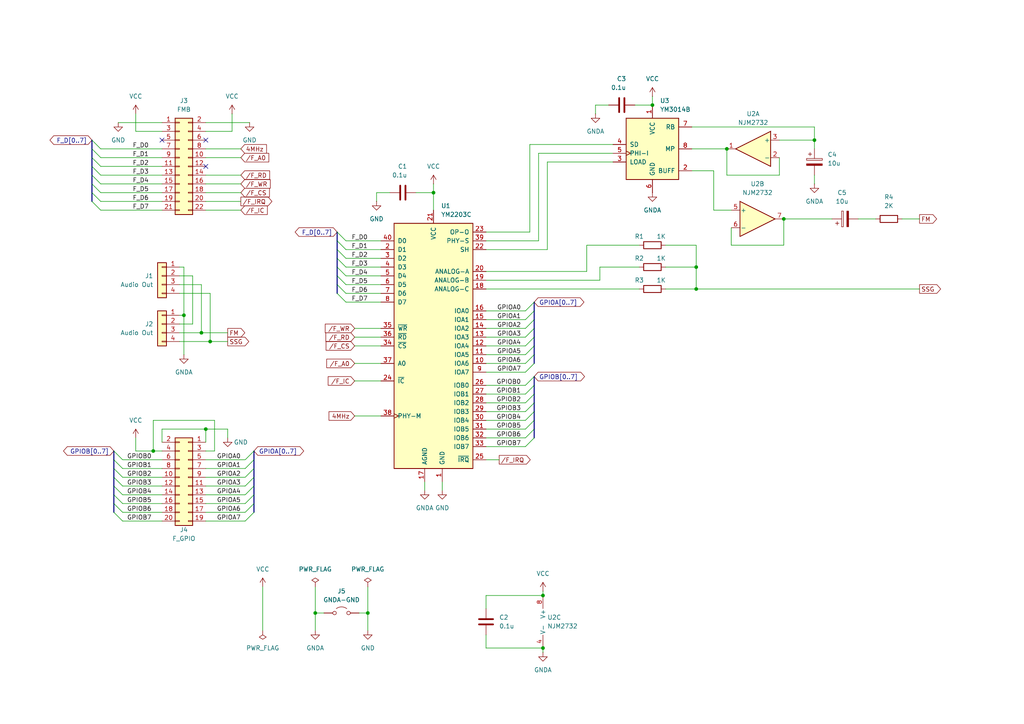
<source format=kicad_sch>
(kicad_sch (version 20231120) (generator "eeschema") (generator_version "8.0")
  (paper "A4")
  (title_block (title "YM2203 (OPN) Board") (date "2024-10-13") (rev "2.0") (company "46nori"))
  (lib_symbols
    (symbol "Amplifier_Operational:NJM4560" (pin_names (offset 0.127))
      (property "Reference" "U" (at 0 5.08 0))
      (property "Value" "NJM4560" (at 0 -5.08 0))
      (symbol "NJM4560_1_1"
        (polyline (pts (xy -5.08 5.08) (xy 5.08 0) (xy -5.08 -5.08) (xy -5.08 5.08)) (stroke (width 0.254)) (fill (type background)))
        (pin output line (at 7.62 0 180) (length 2.54) (name "~") (number "1"))
        (pin input line (at -7.62 -2.54 0) (length 2.54) (name "-") (number "2"))
        (pin input line (at -7.62 2.54 0) (length 2.54) (name "+") (number "3"))
      )
      (symbol "NJM4560_2_1"
        (polyline (pts (xy -5.08 5.08) (xy 5.08 0) (xy -5.08 -5.08) (xy -5.08 5.08)) (stroke (width 0.254)) (fill (type background)))
        (pin input line (at -7.62 2.54 0) (length 2.54) (name "+") (number "5"))
        (pin input line (at -7.62 -2.54 0) (length 2.54) (name "-") (number "6"))
        (pin output line (at 7.62 0 180) (length 2.54) (name "~") (number "7"))
      )
      (symbol "NJM4560_3_1"
        (pin power_in line (at -2.54 -7.62 90) (length 3.81) (name "V-") (number "4"))
        (pin power_in line (at -2.54 7.62 270) (length 3.81) (name "V+") (number "8"))
      )
    )
    (symbol "Connector_Generic:Conn_01x04" (pin_names (offset 1.016) hide)
      (property "Reference" "J" (at 0 5.08 0))
      (property "Value" "Conn_01x04" (at 0 -7.62 0))
      (symbol "Conn_01x04_1_1"
        (rectangle (start -1.27 -4.953) (end 0 -5.207) (stroke (width 0.1524)))
        (rectangle (start -1.27 -2.413) (end 0 -2.667) (stroke (width 0.1524)))
        (rectangle (start -1.27 0.127) (end 0 -0.127) (stroke (width 0.1524)))
        (rectangle (start -1.27 2.667) (end 0 2.413) (stroke (width 0.1524)))
        (rectangle (start -1.27 3.81) (end 1.27 -6.35) (stroke (width 0.254)) (fill (type background)))
        (pin passive line (at -5.08 2.54 0) (length 3.81) (name "Pin_1") (number "1"))
        (pin passive line (at -5.08 0 0) (length 3.81) (name "Pin_2") (number "2"))
        (pin passive line (at -5.08 -2.54 0) (length 3.81) (name "Pin_3") (number "3"))
        (pin passive line (at -5.08 -5.08 0) (length 3.81) (name "Pin_4") (number "4"))
      )
    )
    (symbol "Connector_Generic:Conn_02x10_Odd_Even" (pin_names (offset 1.016) hide)
      (property "Reference" "J" (at 1.27 12.7 0))
      (property "Value" "Conn_02x10_Odd_Even" (at 1.27 -15.24 0))
      (symbol "Conn_02x10_Odd_Even_1_1"
        (rectangle (start -1.27 -12.573) (end 0 -12.827) (stroke (width 0.1524)))
        (rectangle (start -1.27 -10.033) (end 0 -10.287) (stroke (width 0.1524)))
        (rectangle (start -1.27 -7.493) (end 0 -7.747) (stroke (width 0.1524)))
        (rectangle (start -1.27 -4.953) (end 0 -5.207) (stroke (width 0.1524)))
        (rectangle (start -1.27 -2.413) (end 0 -2.667) (stroke (width 0.1524)))
        (rectangle (start -1.27 0.127) (end 0 -0.127) (stroke (width 0.1524)))
        (rectangle (start -1.27 2.667) (end 0 2.413) (stroke (width 0.1524)))
        (rectangle (start -1.27 5.207) (end 0 4.953) (stroke (width 0.1524)))
        (rectangle (start -1.27 7.747) (end 0 7.493) (stroke (width 0.1524)))
        (rectangle (start -1.27 10.287) (end 0 10.033) (stroke (width 0.1524)))
        (rectangle (start -1.27 11.43) (end 3.81 -13.97) (stroke (width 0.254)) (fill (type background)))
        (rectangle (start 3.81 -12.573) (end 2.54 -12.827) (stroke (width 0.1524)))
        (rectangle (start 3.81 -10.033) (end 2.54 -10.287) (stroke (width 0.1524)))
        (rectangle (start 3.81 -7.493) (end 2.54 -7.747) (stroke (width 0.1524)))
        (rectangle (start 3.81 -4.953) (end 2.54 -5.207) (stroke (width 0.1524)))
        (rectangle (start 3.81 -2.413) (end 2.54 -2.667) (stroke (width 0.1524)))
        (rectangle (start 3.81 0.127) (end 2.54 -0.127) (stroke (width 0.1524)))
        (rectangle (start 3.81 2.667) (end 2.54 2.413) (stroke (width 0.1524)))
        (rectangle (start 3.81 5.207) (end 2.54 4.953) (stroke (width 0.1524)))
        (rectangle (start 3.81 7.747) (end 2.54 7.493) (stroke (width 0.1524)))
        (rectangle (start 3.81 10.287) (end 2.54 10.033) (stroke (width 0.1524)))
        (pin passive line (at -5.08 10.16 0) (length 3.81) (name "Pin_1") (number "1"))
        (pin passive line (at 7.62 0 180) (length 3.81) (name "Pin_10") (number "10"))
        (pin passive line (at -5.08 -2.54 0) (length 3.81) (name "Pin_11") (number "11"))
        (pin passive line (at 7.62 -2.54 180) (length 3.81) (name "Pin_12") (number "12"))
        (pin passive line (at -5.08 -5.08 0) (length 3.81) (name "Pin_13") (number "13"))
        (pin passive line (at 7.62 -5.08 180) (length 3.81) (name "Pin_14") (number "14"))
        (pin passive line (at -5.08 -7.62 0) (length 3.81) (name "Pin_15") (number "15"))
        (pin passive line (at 7.62 -7.62 180) (length 3.81) (name "Pin_16") (number "16"))
        (pin passive line (at -5.08 -10.16 0) (length 3.81) (name "Pin_17") (number "17"))
        (pin passive line (at 7.62 -10.16 180) (length 3.81) (name "Pin_18") (number "18"))
        (pin passive line (at -5.08 -12.7 0) (length 3.81) (name "Pin_19") (number "19"))
        (pin passive line (at 7.62 10.16 180) (length 3.81) (name "Pin_2") (number "2"))
        (pin passive line (at 7.62 -12.7 180) (length 3.81) (name "Pin_20") (number "20"))
        (pin passive line (at -5.08 7.62 0) (length 3.81) (name "Pin_3") (number "3"))
        (pin passive line (at 7.62 7.62 180) (length 3.81) (name "Pin_4") (number "4"))
        (pin passive line (at -5.08 5.08 0) (length 3.81) (name "Pin_5") (number "5"))
        (pin passive line (at 7.62 5.08 180) (length 3.81) (name "Pin_6") (number "6"))
        (pin passive line (at -5.08 2.54 0) (length 3.81) (name "Pin_7") (number "7"))
        (pin passive line (at 7.62 2.54 180) (length 3.81) (name "Pin_8") (number "8"))
        (pin passive line (at -5.08 0 0) (length 3.81) (name "Pin_9") (number "9"))
      )
    )
    (symbol "Connector_Generic:Conn_02x11_Odd_Even" (pin_names (offset 1.016) hide)
      (property "Reference" "J" (at 1.27 15.24 0))
      (property "Value" "Conn_02x11_Odd_Even" (at 1.27 -15.24 0))
      (symbol "Conn_02x11_Odd_Even_1_1"
        (rectangle (start -1.27 -12.573) (end 0 -12.827) (stroke (width 0.1524)))
        (rectangle (start -1.27 -10.033) (end 0 -10.287) (stroke (width 0.1524)))
        (rectangle (start -1.27 -7.493) (end 0 -7.747) (stroke (width 0.1524)))
        (rectangle (start -1.27 -4.953) (end 0 -5.207) (stroke (width 0.1524)))
        (rectangle (start -1.27 -2.413) (end 0 -2.667) (stroke (width 0.1524)))
        (rectangle (start -1.27 0.127) (end 0 -0.127) (stroke (width 0.1524)))
        (rectangle (start -1.27 2.667) (end 0 2.413) (stroke (width 0.1524)))
        (rectangle (start -1.27 5.207) (end 0 4.953) (stroke (width 0.1524)))
        (rectangle (start -1.27 7.747) (end 0 7.493) (stroke (width 0.1524)))
        (rectangle (start -1.27 10.287) (end 0 10.033) (stroke (width 0.1524)))
        (rectangle (start -1.27 12.827) (end 0 12.573) (stroke (width 0.1524)))
        (rectangle (start -1.27 13.97) (end 3.81 -13.97) (stroke (width 0.254)) (fill (type background)))
        (rectangle (start 3.81 -12.573) (end 2.54 -12.827) (stroke (width 0.1524)))
        (rectangle (start 3.81 -10.033) (end 2.54 -10.287) (stroke (width 0.1524)))
        (rectangle (start 3.81 -7.493) (end 2.54 -7.747) (stroke (width 0.1524)))
        (rectangle (start 3.81 -4.953) (end 2.54 -5.207) (stroke (width 0.1524)))
        (rectangle (start 3.81 -2.413) (end 2.54 -2.667) (stroke (width 0.1524)))
        (rectangle (start 3.81 0.127) (end 2.54 -0.127) (stroke (width 0.1524)))
        (rectangle (start 3.81 2.667) (end 2.54 2.413) (stroke (width 0.1524)))
        (rectangle (start 3.81 5.207) (end 2.54 4.953) (stroke (width 0.1524)))
        (rectangle (start 3.81 7.747) (end 2.54 7.493) (stroke (width 0.1524)))
        (rectangle (start 3.81 10.287) (end 2.54 10.033) (stroke (width 0.1524)))
        (rectangle (start 3.81 12.827) (end 2.54 12.573) (stroke (width 0.1524)))
        (pin passive line (at -5.08 12.7 0) (length 3.81) (name "Pin_1") (number "1"))
        (pin passive line (at 7.62 2.54 180) (length 3.81) (name "Pin_10") (number "10"))
        (pin passive line (at -5.08 0 0) (length 3.81) (name "Pin_11") (number "11"))
        (pin passive line (at 7.62 0 180) (length 3.81) (name "Pin_12") (number "12"))
        (pin passive line (at -5.08 -2.54 0) (length 3.81) (name "Pin_13") (number "13"))
        (pin passive line (at 7.62 -2.54 180) (length 3.81) (name "Pin_14") (number "14"))
        (pin passive line (at -5.08 -5.08 0) (length 3.81) (name "Pin_15") (number "15"))
        (pin passive line (at 7.62 -5.08 180) (length 3.81) (name "Pin_16") (number "16"))
        (pin passive line (at -5.08 -7.62 0) (length 3.81) (name "Pin_17") (number "17"))
        (pin passive line (at 7.62 -7.62 180) (length 3.81) (name "Pin_18") (number "18"))
        (pin passive line (at -5.08 -10.16 0) (length 3.81) (name "Pin_19") (number "19"))
        (pin passive line (at 7.62 12.7 180) (length 3.81) (name "Pin_2") (number "2"))
        (pin passive line (at 7.62 -10.16 180) (length 3.81) (name "Pin_20") (number "20"))
        (pin passive line (at -5.08 -12.7 0) (length 3.81) (name "Pin_21") (number "21"))
        (pin passive line (at 7.62 -12.7 180) (length 3.81) (name "Pin_22") (number "22"))
        (pin passive line (at -5.08 10.16 0) (length 3.81) (name "Pin_3") (number "3"))
        (pin passive line (at 7.62 10.16 180) (length 3.81) (name "Pin_4") (number "4"))
        (pin passive line (at -5.08 7.62 0) (length 3.81) (name "Pin_5") (number "5"))
        (pin passive line (at 7.62 7.62 180) (length 3.81) (name "Pin_6") (number "6"))
        (pin passive line (at -5.08 5.08 0) (length 3.81) (name "Pin_7") (number "7"))
        (pin passive line (at 7.62 5.08 180) (length 3.81) (name "Pin_8") (number "8"))
        (pin passive line (at -5.08 2.54 0) (length 3.81) (name "Pin_9") (number "9"))
      )
    )
    (symbol "Device:C" (pin_numbers hide) (pin_names (offset 0.254))
      (property "Reference" "C" (at 0.635 2.54 0))
      (property "Value" "C" (at 0.635 -2.54 0))
      (symbol "C_0_1"
        (polyline (pts (xy -2.032 -0.762) (xy 2.032 -0.762)) (stroke (width 0.508)))
        (polyline (pts (xy -2.032 0.762) (xy 2.032 0.762)) (stroke (width 0.508)))
      )
      (symbol "C_1_1"
        (pin passive line (at 0 3.81 270) (length 2.794) (name "~") (number "1"))
        (pin passive line (at 0 -3.81 90) (length 2.794) (name "~") (number "2"))
      )
    )
    (symbol "Device:C_Polarized" (pin_numbers hide) (pin_names (offset 0.254))
      (property "Reference" "C" (at 0.635 2.54 0))
      (property "Value" "C_Polarized" (at 0.635 -2.54 0))
      (symbol "C_Polarized_0_1"
        (rectangle (start -2.286 0.508) (end 2.286 1.016))
        (polyline (pts (xy -1.778 2.286) (xy -0.762 2.286)))
        (polyline (pts (xy -1.27 2.794) (xy -1.27 1.778)))
        (rectangle (start 2.286 -0.508) (end -2.286 -1.016) (fill (type outline)))
      )
      (symbol "C_Polarized_1_1"
        (pin passive line (at 0 3.81 270) (length 2.794) (name "~") (number "1"))
        (pin passive line (at 0 -3.81 90) (length 2.794) (name "~") (number "2"))
      )
    )
    (symbol "Device:R" (pin_numbers hide) (pin_names (offset 0))
      (property "Reference" "R" (at 2.032 0 90))
      (property "Value" "R" (at 0 0 90))
      (symbol "R_0_1"
        (rectangle (start -1.016 -2.54) (end 1.016 2.54) (stroke (width 0.254)))
      )
      (symbol "R_1_1"
        (pin passive line (at 0 3.81 270) (length 1.27) (name "~") (number "1"))
        (pin passive line (at 0 -3.81 90) (length 1.27) (name "~") (number "2"))
      )
    )
    (symbol "GNDA_1" (power) (pin_numbers hide) (pin_names (offset 0) hide)
      (property "Value" "GNDA" (at 0 -3.81 0))
      (symbol "GNDA_1_0_1"
        (polyline (pts (xy 0 0) (xy 0 -1.27) (xy 1.27 -1.27) (xy 0 -2.54) (xy -1.27 -1.27) (xy 0 -1.27)))
      )
      (symbol "GNDA_1_1_1"
        (pin power_in line (at 0 0 270) (length 0) (name "~") (number "1"))
      )
    )
    (symbol "GND_1" (power) (pin_numbers hide) (pin_names (offset 0) hide)
      (property "Value" "GND" (at 0 -3.81 0))
      (symbol "GND_1_0_1"
        (polyline (pts (xy 0 0) (xy 0 -1.27) (xy 1.27 -1.27) (xy 0 -2.54) (xy -1.27 -1.27) (xy 0 -1.27)))
      )
      (symbol "GND_1_1_1"
        (pin power_in line (at 0 0 270) (length 0) (name "~") (number "1"))
      )
    )
    (symbol "Jumper:Jumper_2_Open" (pin_numbers hide) (pin_names (offset 0) hide) (exclude_from_sim yes)
      (property "Reference" "JP" (at 0 2.794 0))
      (property "Value" "Jumper_2_Open" (at 0 -2.286 0))
      (symbol "Jumper_2_Open_0_0"
        (circle (center -2.032 0) (radius 0.508))
        (circle (center 2.032 0) (radius 0.508))
      )
      (symbol "Jumper_2_Open_0_1"
        (arc (start 1.524 1.27) (mid 0 1.778) (end -1.524 1.27))
      )
      (symbol "Jumper_2_Open_1_1"
        (pin passive line (at -5.08 0 0) (length 2.54) (name "A") (number "1"))
        (pin passive line (at 5.08 0 180) (length 2.54) (name "B") (number "2"))
      )
    )
    (symbol "VCC_1" (power) (pin_numbers hide) (pin_names (offset 0) hide)
      (property "Value" "VCC" (at 0 3.556 0))
      (symbol "VCC_1_0_1"
        (polyline (pts (xy -0.762 1.27) (xy 0 2.54)))
        (polyline (pts (xy 0 0) (xy 0 2.54)))
        (polyline (pts (xy 0 2.54) (xy 0.762 1.27)))
      )
      (symbol "VCC_1_1_1"
        (pin power_in line (at 0 0 90) (length 0) (name "~") (number "1"))
      )
    )
    (symbol "YAMAHA:YM2203" (pin_names (offset 1.016))
      (property "Reference" "U" (at 11.43 36.83 0))
      (property "Value" "YM2203" (at -7.62 36.83 0))
      (symbol "YM2203_0_1"
        (rectangle (start 11.43 35.56) (end -11.43 -35.56) (stroke (width 0.254)) (fill (type background)))
      )
      (symbol "YM2203_1_1"
        (pin power_in line (at 2.54 -39.37 90) (length 3.81) (name "GND") (number "1"))
        (pin bidirectional line (at 15.24 -5.08 180) (length 3.81) (name "IOA6") (number "10"))
        (pin bidirectional line (at 15.24 -2.54 180) (length 3.81) (name "IOA5") (number "11"))
        (pin bidirectional line (at 15.24 0 180) (length 3.81) (name "IOA4") (number "12"))
        (pin bidirectional line (at 15.24 2.54 180) (length 3.81) (name "IOA3") (number "13"))
        (pin bidirectional line (at 15.24 5.08 180) (length 3.81) (name "IOA2") (number "14"))
        (pin bidirectional line (at 15.24 7.62 180) (length 3.81) (name "IOA1") (number "15"))
        (pin bidirectional line (at 15.24 10.16 180) (length 3.81) (name "IOA0") (number "16"))
        (pin power_in line (at -2.54 -39.37 90) (length 3.81) (name "AGND") (number "17"))
        (pin output line (at 15.24 16.51 180) (length 3.81) (name "ANALOG-C") (number "18"))
        (pin output line (at 15.24 19.05 180) (length 3.81) (name "ANALOG-B") (number "19"))
        (pin input line (at -15.24 27.94 0) (length 3.81) (name "D1") (number "2"))
        (pin output line (at 15.24 21.59 180) (length 3.81) (name "ANALOG-A") (number "20"))
        (pin power_in line (at 0 39.37 270) (length 3.81) (name "VCC") (number "21"))
        (pin output line (at 15.24 27.94 180) (length 3.81) (name "SH") (number "22"))
        (pin output line (at 15.24 33.02 180) (length 3.81) (name "OP-O") (number "23"))
        (pin input line (at -15.24 -10.16 0) (length 3.81) (name "~{IC}") (number "24"))
        (pin bidirectional line (at 15.24 -33.02 180) (length 3.81) (name "~{IRQ}") (number "25"))
        (pin bidirectional line (at 15.24 -11.43 180) (length 3.81) (name "IOB0") (number "26"))
        (pin bidirectional line (at 15.24 -13.97 180) (length 3.81) (name "IOB1") (number "27"))
        (pin bidirectional line (at 15.24 -16.51 180) (length 3.81) (name "IOB2") (number "28"))
        (pin bidirectional line (at 15.24 -19.05 180) (length 3.81) (name "IOB3") (number "29"))
        (pin input line (at -15.24 25.4 0) (length 3.81) (name "D2") (number "3"))
        (pin bidirectional line (at 15.24 -21.59 180) (length 3.81) (name "IOB4") (number "30"))
        (pin bidirectional line (at 15.24 -24.13 180) (length 3.81) (name "IOB5") (number "31"))
        (pin bidirectional line (at 15.24 -26.67 180) (length 3.81) (name "IOB6") (number "32"))
        (pin bidirectional line (at 15.24 -29.21 180) (length 3.81) (name "IOB7") (number "33"))
        (pin input line (at -15.24 0 0) (length 3.81) (name "~{CS}") (number "34"))
        (pin input line (at -15.24 5.08 0) (length 3.81) (name "~{WR}") (number "35"))
        (pin input line (at -15.24 2.54 0) (length 3.81) (name "~{RD}") (number "36"))
        (pin input line (at -15.24 -5.08 0) (length 3.81) (name "A0") (number "37"))
        (pin input clock (at -15.24 -20.32 0) (length 3.81) (name "PHY-M") (number "38"))
        (pin output line (at 15.24 30.48 180) (length 3.81) (name "PHY-S") (number "39"))
        (pin input line (at -15.24 22.86 0) (length 3.81) (name "D3") (number "4"))
        (pin input line (at -15.24 30.48 0) (length 3.81) (name "D0") (number "40"))
        (pin input line (at -15.24 20.32 0) (length 3.81) (name "D4") (number "5"))
        (pin input line (at -15.24 17.78 0) (length 3.81) (name "D5") (number "6"))
        (pin input line (at -15.24 15.24 0) (length 3.81) (name "D6") (number "7"))
        (pin input line (at -15.24 12.7 0) (length 3.81) (name "D7") (number "8"))
        (pin bidirectional line (at 15.24 -7.62 180) (length 3.81) (name "IOA7") (number "9"))
      )
    )
    (symbol "YAMAHA:YM3014B" (pin_names (offset 1.016))
      (property "Reference" "U" (at 6.35 12.7 0))
      (property "Value" "YM3014B" (at -7.62 11.43 0))
      (symbol "YM3014B_0_1"
        (rectangle (start -7.62 10.16) (end 7.62 -7.62) (stroke (width 0.254)) (fill (type background)))
      )
      (symbol "YM3014B_1_1"
        (pin power_in line (at 0 13.97 270) (length 3.81) (name "VCC") (number "1"))
        (pin output line (at 11.43 -5.08 180) (length 3.81) (name "BUFF") (number "2"))
        (pin input line (at -11.43 -2.54 0) (length 3.81) (name "LOAD") (number "3"))
        (pin input line (at -11.43 2.54 0) (length 3.81) (name "SD") (number "4"))
        (pin input clock (at -11.43 0 0) (length 3.81) (name "PHI-I") (number "5"))
        (pin power_in line (at 0 -11.43 90) (length 3.81) (name "GND") (number "6"))
        (pin output line (at 11.43 7.62 180) (length 3.81) (name "RB") (number "7"))
        (pin input line (at 11.43 1.27 180) (length 3.81) (name "MP") (number "8"))
      )
    )
    (symbol "power:PWR_FLAG" (power) (pin_numbers hide) (pin_names (offset 0) hide)
      (property "Value" "PWR_FLAG" (at 0 3.81 0))
      (symbol "PWR_FLAG_0_0"
        (pin power_out line (at 0 0 90) (length 0) (name "~") (number "1"))
      )
      (symbol "PWR_FLAG_0_1"
        (polyline (pts (xy 0 0) (xy 0 1.27) (xy -1.016 1.905) (xy 0 2.54) (xy 1.016 1.905) (xy 0 1.27)))
      )
    )
  )
  (junction (at 157.48 187.96))
  (junction (at 201.93 77.47))
  (junction (at 236.22 40.64))
  (junction (at 227.33 63.5))
  (junction (at 189.23 30.48))
  (junction (at 125.73 55.88))
  (junction (at 60.96 99.06))
  (junction (at 210.82 43.18))
  (junction (at 106.68 177.8))
  (junction (at 201.93 83.82))
  (junction (at 58.42 96.52))
  (junction (at 91.44 177.8))
  (junction (at 157.48 172.72))
  (junction (at 53.34 91.44))
  (junction (at 44.45 130.81))
  (junction (at 59.69 124.46))
  (no_connect (at 59.69 48.26))
  (no_connect (at 46.99 40.64))
  (no_connect (at 59.69 40.64))
  (bus_entry (at 154.94 127) (size -2.54 2.54))
  (bus_entry (at 154.94 111.76) (size -2.54 2.54))
  (bus_entry (at 73.66 138.43) (size -2.54 2.54))
  (bus_entry (at 29.21 58.42) (size -2.54 -2.54))
  (bus_entry (at 29.21 60.96) (size -2.54 -2.54))
  (bus_entry (at 33.02 146.05) (size 2.54 2.54))
  (bus_entry (at 97.79 85.09) (size 2.54 2.54))
  (bus_entry (at 33.02 130.81) (size 2.54 2.54))
  (bus_entry (at 154.94 105.41) (size -2.54 2.54))
  (bus_entry (at 73.66 133.35) (size -2.54 2.54))
  (bus_entry (at 29.21 43.18) (size -2.54 -2.54))
  (bus_entry (at 97.79 74.93) (size 2.54 2.54))
  (bus_entry (at 154.94 109.22) (size -2.54 2.54))
  (bus_entry (at 33.02 133.35) (size 2.54 2.54))
  (bus_entry (at 97.79 69.85) (size 2.54 2.54))
  (bus_entry (at 33.02 148.59) (size 2.54 2.54))
  (bus_entry (at 29.21 53.34) (size -2.54 -2.54))
  (bus_entry (at 154.94 124.46) (size -2.54 2.54))
  (bus_entry (at 154.94 114.3) (size -2.54 2.54))
  (bus_entry (at 73.66 130.81) (size -2.54 2.54))
  (bus_entry (at 154.94 119.38) (size -2.54 2.54))
  (bus_entry (at 29.21 50.8) (size -2.54 -2.54))
  (bus_entry (at 97.79 80.01) (size 2.54 2.54))
  (bus_entry (at 73.66 146.05) (size -2.54 2.54))
  (bus_entry (at 97.79 82.55) (size 2.54 2.54))
  (bus_entry (at 97.79 72.39) (size 2.54 2.54))
  (bus_entry (at 97.79 77.47) (size 2.54 2.54))
  (bus_entry (at 29.21 45.72) (size -2.54 -2.54))
  (bus_entry (at 33.02 140.97) (size 2.54 2.54))
  (bus_entry (at 29.21 55.88) (size -2.54 -2.54))
  (bus_entry (at 73.66 148.59) (size -2.54 2.54))
  (bus_entry (at 97.79 67.31) (size 2.54 2.54))
  (bus_entry (at 154.94 100.33) (size -2.54 2.54))
  (bus_entry (at 154.94 102.87) (size -2.54 2.54))
  (bus_entry (at 33.02 138.43) (size 2.54 2.54))
  (bus_entry (at 33.02 143.51) (size 2.54 2.54))
  (bus_entry (at 154.94 95.25) (size -2.54 2.54))
  (bus_entry (at 154.94 92.71) (size -2.54 2.54))
  (bus_entry (at 73.66 140.97) (size -2.54 2.54))
  (bus_entry (at 73.66 135.89) (size -2.54 2.54))
  (bus_entry (at 29.21 48.26) (size -2.54 -2.54))
  (bus_entry (at 154.94 90.17) (size -2.54 2.54))
  (bus_entry (at 33.02 135.89) (size 2.54 2.54))
  (bus_entry (at 73.66 143.51) (size -2.54 2.54))
  (bus_entry (at 154.94 116.84) (size -2.54 2.54))
  (bus_entry (at 154.94 121.92) (size -2.54 2.54))
  (bus_entry (at 154.94 97.79) (size -2.54 2.54))
  (bus_entry (at 154.94 87.63) (size -2.54 2.54))
  (wire (pts (xy 59.69 38.1) (xy 67.31 38.1)))
  (wire (pts (xy 152.4 124.46) (xy 140.97 124.46)))
  (wire (pts (xy 35.56 140.97) (xy 46.99 140.97)))
  (wire (pts (xy 59.69 151.13) (xy 71.12 151.13)))
  (bus (pts (xy 73.66 133.35) (xy 73.66 130.81)))
  (wire (pts (xy 29.21 45.72) (xy 46.99 45.72)))
  (wire (pts (xy 53.34 91.44) (xy 53.34 102.87)))
  (wire (pts (xy 140.97 100.33) (xy 152.4 100.33)))
  (wire (pts (xy 106.68 170.18) (xy 106.68 177.8)))
  (bus (pts (xy 26.67 55.88) (xy 26.67 58.42)))
  (wire (pts (xy 100.33 72.39) (xy 110.49 72.39)))
  (wire (pts (xy 102.87 95.25) (xy 110.49 95.25)))
  (wire (pts (xy 100.33 80.01) (xy 110.49 80.01)))
  (bus (pts (xy 26.67 50.8) (xy 26.67 53.34)))
  (wire (pts (xy 69.85 60.96) (xy 59.69 60.96)))
  (wire (pts (xy 35.56 133.35) (xy 46.99 133.35)))
  (wire (pts (xy 59.69 146.05) (xy 71.12 146.05)))
  (wire (pts (xy 212.09 71.12) (xy 227.33 71.12)))
  (wire (pts (xy 59.69 135.89) (xy 71.12 135.89)))
  (wire (pts (xy 152.4 129.54) (xy 140.97 129.54)))
  (wire (pts (xy 227.33 71.12) (xy 227.33 63.5)))
  (bus (pts (xy 97.79 80.01) (xy 97.79 77.47)))
  (wire (pts (xy 35.56 143.51) (xy 46.99 143.51)))
  (bus (pts (xy 97.79 85.09) (xy 97.79 82.55)))
  (wire (pts (xy 158.75 46.99) (xy 158.75 72.39)))
  (wire (pts (xy 173.99 81.28) (xy 173.99 77.47)))
  (wire (pts (xy 189.23 27.94) (xy 189.23 30.48)))
  (wire (pts (xy 170.18 71.12) (xy 185.42 71.12)))
  (wire (pts (xy 140.97 83.82) (xy 185.42 83.82)))
  (bus (pts (xy 97.79 69.85) (xy 97.79 67.31)))
  (wire (pts (xy 125.73 53.34) (xy 125.73 55.88)))
  (bus (pts (xy 97.79 74.93) (xy 97.79 72.39)))
  (bus (pts (xy 33.02 143.51) (xy 33.02 140.97)))
  (wire (pts (xy 62.23 121.92) (xy 44.45 121.92)))
  (wire (pts (xy 102.87 100.33) (xy 110.49 100.33)))
  (bus (pts (xy 33.02 146.05) (xy 33.02 143.51)))
  (wire (pts (xy 173.99 81.28) (xy 140.97 81.28)))
  (wire (pts (xy 59.69 133.35) (xy 71.12 133.35)))
  (wire (pts (xy 59.69 58.42) (xy 69.85 58.42)))
  (wire (pts (xy 207.01 60.96) (xy 212.09 60.96)))
  (wire (pts (xy 157.48 189.23) (xy 157.48 187.96)))
  (wire (pts (xy 226.06 45.72) (xy 226.06 50.8)))
  (bus (pts (xy 73.66 135.89) (xy 73.66 133.35)))
  (wire (pts (xy 35.56 148.59) (xy 46.99 148.59)))
  (wire (pts (xy 100.33 74.93) (xy 110.49 74.93)))
  (wire (pts (xy 29.21 50.8) (xy 46.99 50.8)))
  (wire (pts (xy 140.97 95.25) (xy 152.4 95.25)))
  (wire (pts (xy 59.69 138.43) (xy 71.12 138.43)))
  (wire (pts (xy 140.97 92.71) (xy 152.4 92.71)))
  (wire (pts (xy 140.97 90.17) (xy 152.4 90.17)))
  (wire (pts (xy 152.4 121.92) (xy 140.97 121.92)))
  (wire (pts (xy 52.07 99.06) (xy 60.96 99.06)))
  (wire (pts (xy 34.29 35.56) (xy 46.99 35.56)))
  (bus (pts (xy 154.94 119.38) (xy 154.94 116.84)))
  (bus (pts (xy 154.94 111.76) (xy 154.94 109.22)))
  (wire (pts (xy 172.72 30.48) (xy 176.53 30.48)))
  (wire (pts (xy 173.99 77.47) (xy 185.42 77.47)))
  (wire (pts (xy 52.07 85.09) (xy 60.96 85.09)))
  (wire (pts (xy 100.33 77.47) (xy 110.49 77.47)))
  (wire (pts (xy 156.21 69.85) (xy 140.97 69.85)))
  (bus (pts (xy 73.66 138.43) (xy 73.66 135.89)))
  (bus (pts (xy 154.94 114.3) (xy 154.94 111.76)))
  (wire (pts (xy 59.69 143.51) (xy 71.12 143.51)))
  (bus (pts (xy 154.94 116.84) (xy 154.94 114.3)))
  (wire (pts (xy 55.88 80.01) (xy 55.88 93.98)))
  (wire (pts (xy 193.04 83.82) (xy 201.93 83.82)))
  (wire (pts (xy 157.48 171.45) (xy 157.48 172.72)))
  (wire (pts (xy 52.07 77.47) (xy 53.34 77.47)))
  (wire (pts (xy 123.19 139.7) (xy 123.19 142.24)))
  (wire (pts (xy 236.22 36.83) (xy 236.22 40.64)))
  (wire (pts (xy 100.33 82.55) (xy 110.49 82.55)))
  (bus (pts (xy 97.79 77.47) (xy 97.79 74.93)))
  (wire (pts (xy 236.22 40.64) (xy 236.22 43.18)))
  (wire (pts (xy 76.2 170.18) (xy 76.2 182.88)))
  (bus (pts (xy 154.94 97.79) (xy 154.94 95.25)))
  (bus (pts (xy 97.79 72.39) (xy 97.79 69.85)))
  (wire (pts (xy 172.72 33.02) (xy 172.72 30.48)))
  (bus (pts (xy 154.94 127) (xy 154.94 124.46)))
  (wire (pts (xy 120.65 55.88) (xy 125.73 55.88)))
  (wire (pts (xy 140.97 107.95) (xy 152.4 107.95)))
  (wire (pts (xy 46.99 38.1) (xy 39.37 38.1)))
  (wire (pts (xy 128.27 139.7) (xy 128.27 142.24)))
  (wire (pts (xy 236.22 53.34) (xy 236.22 50.8)))
  (wire (pts (xy 140.97 172.72) (xy 157.48 172.72)))
  (bus (pts (xy 26.67 53.34) (xy 26.67 55.88)))
  (wire (pts (xy 102.87 120.65) (xy 110.49 120.65)))
  (wire (pts (xy 67.31 33.02) (xy 67.31 38.1)))
  (wire (pts (xy 170.18 78.74) (xy 170.18 71.12)))
  (wire (pts (xy 212.09 66.04) (xy 212.09 71.12)))
  (wire (pts (xy 58.42 96.52) (xy 66.04 96.52)))
  (wire (pts (xy 153.67 67.31) (xy 140.97 67.31)))
  (wire (pts (xy 35.56 151.13) (xy 46.99 151.13)))
  (wire (pts (xy 248.92 63.5) (xy 254 63.5)))
  (wire (pts (xy 102.87 110.49) (xy 110.49 110.49)))
  (wire (pts (xy 69.85 55.88) (xy 59.69 55.88)))
  (wire (pts (xy 184.15 30.48) (xy 189.23 30.48)))
  (wire (pts (xy 106.68 177.8) (xy 106.68 182.88)))
  (wire (pts (xy 201.93 71.12) (xy 201.93 77.47)))
  (bus (pts (xy 73.66 146.05) (xy 73.66 143.51)))
  (wire (pts (xy 140.97 97.79) (xy 152.4 97.79)))
  (wire (pts (xy 59.69 53.34) (xy 69.85 53.34)))
  (bus (pts (xy 33.02 140.97) (xy 33.02 138.43)))
  (bus (pts (xy 154.94 124.46) (xy 154.94 121.92)))
  (wire (pts (xy 35.56 135.89) (xy 46.99 135.89)))
  (wire (pts (xy 207.01 49.53) (xy 207.01 60.96)))
  (wire (pts (xy 201.93 83.82) (xy 266.7 83.82)))
  (wire (pts (xy 152.4 111.76) (xy 140.97 111.76)))
  (wire (pts (xy 158.75 46.99) (xy 177.8 46.99)))
  (bus (pts (xy 26.67 48.26) (xy 26.67 50.8)))
  (wire (pts (xy 29.21 58.42) (xy 46.99 58.42)))
  (wire (pts (xy 109.22 55.88) (xy 113.03 55.88)))
  (wire (pts (xy 69.85 43.18) (xy 59.69 43.18)))
  (bus (pts (xy 26.67 40.64) (xy 26.67 43.18)))
  (wire (pts (xy 200.66 43.18) (xy 210.82 43.18)))
  (wire (pts (xy 39.37 33.02) (xy 39.37 38.1)))
  (wire (pts (xy 52.07 93.98) (xy 55.88 93.98)))
  (wire (pts (xy 152.4 116.84) (xy 140.97 116.84)))
  (bus (pts (xy 154.94 102.87) (xy 154.94 100.33)))
  (wire (pts (xy 60.96 99.06) (xy 66.04 99.06)))
  (bus (pts (xy 73.66 140.97) (xy 73.66 138.43)))
  (bus (pts (xy 154.94 92.71) (xy 154.94 90.17)))
  (wire (pts (xy 152.4 114.3) (xy 140.97 114.3)))
  (bus (pts (xy 154.94 105.41) (xy 154.94 102.87)))
  (bus (pts (xy 154.94 95.25) (xy 154.94 92.71)))
  (wire (pts (xy 100.33 69.85) (xy 110.49 69.85)))
  (bus (pts (xy 33.02 135.89) (xy 33.02 133.35)))
  (wire (pts (xy 58.42 82.55) (xy 58.42 96.52)))
  (wire (pts (xy 140.97 176.53) (xy 140.97 172.72)))
  (bus (pts (xy 154.94 100.33) (xy 154.94 97.79)))
  (wire (pts (xy 104.14 177.8) (xy 106.68 177.8)))
  (wire (pts (xy 59.69 45.72) (xy 69.85 45.72)))
  (wire (pts (xy 102.87 97.79) (xy 110.49 97.79)))
  (wire (pts (xy 144.78 133.35) (xy 140.97 133.35)))
  (wire (pts (xy 102.87 105.41) (xy 110.49 105.41)))
  (wire (pts (xy 52.07 80.01) (xy 55.88 80.01)))
  (wire (pts (xy 236.22 40.64) (xy 226.06 40.64)))
  (bus (pts (xy 33.02 148.59) (xy 33.02 146.05)))
  (wire (pts (xy 200.66 49.53) (xy 207.01 49.53)))
  (wire (pts (xy 140.97 187.96) (xy 157.48 187.96)))
  (wire (pts (xy 125.73 55.88) (xy 125.73 60.96)))
  (wire (pts (xy 59.69 35.56) (xy 72.39 35.56)))
  (wire (pts (xy 91.44 177.8) (xy 91.44 182.88)))
  (wire (pts (xy 109.22 58.42) (xy 109.22 55.88)))
  (wire (pts (xy 226.06 50.8) (xy 210.82 50.8)))
  (wire (pts (xy 39.37 130.81) (xy 44.45 130.81)))
  (wire (pts (xy 100.33 87.63) (xy 110.49 87.63)))
  (wire (pts (xy 152.4 119.38) (xy 140.97 119.38)))
  (wire (pts (xy 193.04 77.47) (xy 201.93 77.47)))
  (wire (pts (xy 266.7 63.5) (xy 261.62 63.5)))
  (wire (pts (xy 156.21 44.45) (xy 177.8 44.45)))
  (wire (pts (xy 29.21 55.88) (xy 46.99 55.88)))
  (wire (pts (xy 44.45 130.81) (xy 46.99 130.81)))
  (wire (pts (xy 52.07 82.55) (xy 58.42 82.55)))
  (wire (pts (xy 39.37 127) (xy 39.37 130.81)))
  (wire (pts (xy 62.23 130.81) (xy 62.23 121.92)))
  (bus (pts (xy 73.66 148.59) (xy 73.66 146.05)))
  (wire (pts (xy 200.66 36.83) (xy 236.22 36.83)))
  (wire (pts (xy 140.97 187.96) (xy 140.97 184.15)))
  (wire (pts (xy 29.21 53.34) (xy 46.99 53.34)))
  (bus (pts (xy 26.67 45.72) (xy 26.67 48.26)))
  (wire (pts (xy 100.33 85.09) (xy 110.49 85.09)))
  (wire (pts (xy 46.99 124.46) (xy 46.99 128.27)))
  (wire (pts (xy 153.67 41.91) (xy 177.8 41.91)))
  (wire (pts (xy 59.69 124.46) (xy 59.69 128.27)))
  (wire (pts (xy 29.21 43.18) (xy 46.99 43.18)))
  (wire (pts (xy 140.97 105.41) (xy 152.4 105.41)))
  (wire (pts (xy 29.21 60.96) (xy 46.99 60.96)))
  (wire (pts (xy 35.56 138.43) (xy 46.99 138.43)))
  (wire (pts (xy 170.18 78.74) (xy 140.97 78.74)))
  (wire (pts (xy 60.96 85.09) (xy 60.96 99.06)))
  (wire (pts (xy 201.93 77.47) (xy 201.93 83.82)))
  (wire (pts (xy 44.45 121.92) (xy 44.45 130.81)))
  (wire (pts (xy 227.33 63.5) (xy 241.3 63.5)))
  (wire (pts (xy 59.69 130.81) (xy 62.23 130.81)))
  (bus (pts (xy 33.02 138.43) (xy 33.02 135.89)))
  (wire (pts (xy 156.21 44.45) (xy 156.21 69.85)))
  (bus (pts (xy 33.02 133.35) (xy 33.02 130.81)))
  (wire (pts (xy 52.07 96.52) (xy 58.42 96.52)))
  (wire (pts (xy 52.07 91.44) (xy 53.34 91.44)))
  (wire (pts (xy 59.69 148.59) (xy 71.12 148.59)))
  (bus (pts (xy 154.94 121.92) (xy 154.94 119.38)))
  (bus (pts (xy 154.94 90.17) (xy 154.94 87.63)))
  (bus (pts (xy 73.66 143.51) (xy 73.66 140.97)))
  (wire (pts (xy 53.34 77.47) (xy 53.34 91.44)))
  (wire (pts (xy 91.44 177.8) (xy 93.98 177.8)))
  (bus (pts (xy 97.79 82.55) (xy 97.79 80.01)))
  (wire (pts (xy 153.67 41.91) (xy 153.67 67.31)))
  (wire (pts (xy 140.97 102.87) (xy 152.4 102.87)))
  (wire (pts (xy 193.04 71.12) (xy 201.93 71.12)))
  (wire (pts (xy 91.44 170.18) (xy 91.44 177.8)))
  (wire (pts (xy 152.4 127) (xy 140.97 127)))
  (wire (pts (xy 66.04 127) (xy 66.04 124.46)))
  (wire (pts (xy 29.21 48.26) (xy 46.99 48.26)))
  (wire (pts (xy 59.69 50.8) (xy 69.85 50.8)))
  (wire (pts (xy 158.75 72.39) (xy 140.97 72.39)))
  (wire (pts (xy 59.69 140.97) (xy 71.12 140.97)))
  (wire (pts (xy 46.99 124.46) (xy 59.69 124.46)))
  (wire (pts (xy 66.04 124.46) (xy 59.69 124.46)))
  (wire (pts (xy 35.56 146.05) (xy 46.99 146.05)))
  (bus (pts (xy 26.67 43.18) (xy 26.67 45.72)))
  (wire (pts (xy 210.82 50.8) (xy 210.82 43.18)))
  (label "GPIOB3" (at 151.13 119.38 180))
  (label "F_D7" (at 43.18 60.96 180))
  (label "GPIOB2" (at 36.83 138.43 0))
  (label "GPIOA1" (at 69.85 135.89 180))
  (label "GPIOB7" (at 151.13 129.54 180))
  (label "F_D7" (at 106.68 87.63 180))
  (label "F_D5" (at 43.18 55.88 180))
  (label "GPIOA7" (at 69.85 151.13 180))
  (label "F_D0" (at 106.68 69.85 180))
  (label "F_D6" (at 106.68 85.09 180))
  (label "F_D2" (at 106.68 74.93 180))
  (label "F_D4" (at 106.68 80.01 180))
  (label "F_D0" (at 43.18 43.18 180))
  (label "GPIOA5" (at 69.85 146.05 180))
  (label "F_D4" (at 43.18 53.34 180))
  (label "GPIOB7" (at 36.83 151.13 0))
  (label "GPIOB0" (at 151.13 111.76 180))
  (label "GPIOA4" (at 151.13 100.33 180))
  (label "GPIOA2" (at 69.85 138.43 180))
  (label "GPIOB1" (at 36.83 135.89 0))
  (label "F_D5" (at 106.68 82.55 180))
  (label "GPIOB6" (at 36.83 148.59 0))
  (label "GPIOB6" (at 151.13 127 180))
  (label "GPIOA3" (at 151.13 97.79 180))
  (label "GPIOB1" (at 151.13 114.3 180))
  (label "F_D1" (at 43.18 45.72 180))
  (label "GPIOB0" (at 36.83 133.35 0))
  (label "GPIOA7" (at 151.13 107.95 180))
  (label "GPIOA4" (at 69.85 143.51 180))
  (label "GPIOB4" (at 36.83 143.51 0))
  (label "F_D6" (at 43.18 58.42 180))
  (label "GPIOA2" (at 151.13 95.25 180))
  (label "GPIOA3" (at 69.85 140.97 180))
  (label "GPIOB4" (at 151.13 121.92 180))
  (label "GPIOA0" (at 151.13 90.17 180))
  (label "F_D3" (at 106.68 77.47 180))
  (label "GPIOB3" (at 36.83 140.97 0))
  (label "GPIOA5" (at 151.13 102.87 180))
  (label "F_D3" (at 43.18 50.8 180))
  (label "GPIOA0" (at 69.85 133.35 180))
  (label "GPIOB5" (at 36.83 146.05 0))
  (label "F_D2" (at 43.18 48.26 180))
  (label "GPIOA6" (at 69.85 148.59 180))
  (label "GPIOA6" (at 151.13 105.41 180))
  (label "GPIOA1" (at 151.13 92.71 180))
  (label "GPIOB2" (at 151.13 116.84 180))
  (label "F_D1" (at 106.68 72.39 180))
  (label "GPIOB5" (at 151.13 124.46 180))
  (global_label "{slash}F_WR" (shape input) (at 69.85 53.34 0) (property "Intersheetrefs" "${INTERSHEET_REFS}" (effects (hide yes))))
  (global_label "FM" (shape output) (at 66.04 96.52 0) (property "Intersheetrefs" "${INTERSHEET_REFS}" (effects (hide yes))))
  (global_label "GPIOB[0..7]" (shape bidirectional) (at 33.02 130.81 180) (property "Intersheetrefs" "${INTERSHEET_REFS}" (effects (hide yes))))
  (global_label "F_D[0..7]" (shape bidirectional) (at 97.79 67.31 180) (property "Intersheetrefs" "${INTERSHEET_REFS}" (effects (hide yes))))
  (global_label "{slash}F_IC" (shape input) (at 102.87 110.49 180) (property "Intersheetrefs" "${INTERSHEET_REFS}" (effects (hide yes))))
  (global_label "{slash}F_IRQ" (shape output) (at 69.85 58.42 0) (property "Intersheetrefs" "${INTERSHEET_REFS}" (effects (hide yes))))
  (global_label "F_D[0..7]" (shape bidirectional) (at 26.67 40.64 180) (property "Intersheetrefs" "${INTERSHEET_REFS}" (effects (hide yes))))
  (global_label "{slash}F_WR" (shape input) (at 102.87 95.25 180) (property "Intersheetrefs" "${INTERSHEET_REFS}" (effects (hide yes))))
  (global_label "{slash}F_A0" (shape input) (at 69.85 45.72 0) (property "Intersheetrefs" "${INTERSHEET_REFS}" (effects (hide yes))))
  (global_label "{slash}F_IRQ" (shape output) (at 144.78 133.35 0) (property "Intersheetrefs" "${INTERSHEET_REFS}" (effects (hide yes))))
  (global_label "{slash}F_RD" (shape input) (at 102.87 97.79 180) (property "Intersheetrefs" "${INTERSHEET_REFS}" (effects (hide yes))))
  (global_label "GPIOA[0..7]" (shape bidirectional) (at 73.66 130.81 0) (property "Intersheetrefs" "${INTERSHEET_REFS}" (effects (hide yes))))
  (global_label "{slash}F_RD" (shape input) (at 69.85 50.8 0) (property "Intersheetrefs" "${INTERSHEET_REFS}" (effects (hide yes))))
  (global_label "SSG" (shape output) (at 266.7 83.82 0) (property "Intersheetrefs" "${INTERSHEET_REFS}" (effects (hide yes))))
  (global_label "{slash}F_A0" (shape input) (at 102.87 105.41 180) (property "Intersheetrefs" "${INTERSHEET_REFS}" (effects (hide yes))))
  (global_label "SSG" (shape output) (at 66.04 99.06 0) (property "Intersheetrefs" "${INTERSHEET_REFS}" (effects (hide yes))))
  (global_label "4MHz" (shape input) (at 69.85 43.18 0) (property "Intersheetrefs" "${INTERSHEET_REFS}" (effects (hide yes))))
  (global_label "{slash}F_CS" (shape input) (at 102.87 100.33 180) (property "Intersheetrefs" "${INTERSHEET_REFS}" (effects (hide yes))))
  (global_label "GPIOA[0..7]" (shape bidirectional) (at 154.94 87.63 0) (property "Intersheetrefs" "${INTERSHEET_REFS}" (effects (hide yes))))
  (global_label "{slash}F_IC" (shape input) (at 69.85 60.96 0) (property "Intersheetrefs" "${INTERSHEET_REFS}" (effects (hide yes))))
  (global_label "FM" (shape output) (at 266.7 63.5 0) (property "Intersheetrefs" "${INTERSHEET_REFS}" (effects (hide yes))))
  (global_label "GPIOB[0..7]" (shape bidirectional) (at 154.94 109.22 0) (property "Intersheetrefs" "${INTERSHEET_REFS}" (effects (hide yes))))
  (global_label "{slash}F_CS" (shape input) (at 69.85 55.88 0) (property "Intersheetrefs" "${INTERSHEET_REFS}" (effects (hide yes))))
  (global_label "4MHz" (shape input) (at 102.87 120.65 180) (property "Intersheetrefs" "${INTERSHEET_REFS}" (effects (hide yes))))
  (symbol (lib_name "GNDA_1") (lib_id "power:GNDA") (at 157.48 189.23 0) (unit 1)
    (property "Reference" "#PWR017" (effects (hide yes)))
    (property "Value" "GNDA" (at 157.48 194.31 0))
    (property "Description" "Power symbol creates a global label with name \"GNDA\" , analog ground" (effects (hide yes)))
  )
  (symbol (lib_id "Connector_Generic:Conn_01x04") (at 46.99 93.98 0) (mirror y) (unit 1)
    (property "Reference" "J2" (at 44.45 93.98 0) (effects (justify left)))
    (property "Value" "Audio Out" (at 44.45 96.52 0) (effects (justify left)))
    (property "Footprint" "Connector_PinHeader_2.54mm:PinHeader_1x04_P2.54mm_Horizontal" (effects (hide yes)))
  )
  (symbol (lib_name "GND_1") (lib_id "power:GND") (at 34.29 35.56 0) (unit 1)
    (property "Reference" "#PWR01" (effects (hide yes)))
    (property "Value" "GND" (at 34.29 40.64 0))
    (property "Description" "Power symbol creates a global label with name \"GND\" , ground" (effects (hide yes)))
  )
  (symbol (lib_id "Device:R") (at 189.23 77.47 90) (unit 1)
    (property "Reference" "R2" (at 185.42 74.93 90))
    (property "Value" "1K" (at 191.77 74.93 90))
    (property "Footprint" "Resistor_THT:R_Axial_DIN0204_L3.6mm_D1.6mm_P7.62mm_Horizontal" (effects (hide yes)))
  )
  (symbol (lib_name "GNDA_1") (lib_id "power:GNDA") (at 123.19 142.24 0) (unit 1)
    (property "Reference" "#PWR018" (effects (hide yes)))
    (property "Value" "GNDA" (at 123.19 147.32 0))
    (property "Description" "Power symbol creates a global label with name \"GNDA\" , analog ground" (effects (hide yes)))
  )
  (symbol (lib_name "GND_1") (lib_id "power:GND") (at 72.39 35.56 0) (unit 1)
    (property "Reference" "#PWR07" (effects (hide yes)))
    (property "Value" "GND" (at 72.39 40.64 0))
    (property "Description" "Power symbol creates a global label with name \"GND\" , ground" (effects (hide yes)))
  )
  (symbol (lib_name "VCC_1") (lib_id "power:VCC") (at 67.31 33.02 0) (unit 1)
    (property "Reference" "#PWR06" (effects (hide yes)))
    (property "Value" "VCC" (at 67.31 27.94 0))
    (property "Description" "Power symbol creates a global label with name \"VCC\"" (effects (hide yes)))
  )
  (symbol (lib_id "Device:C") (at 180.34 30.48 90) (unit 1)
    (property "Reference" "C3" (at 181.61 22.86 90) (effects (justify left)))
    (property "Value" "0.1u" (at 181.61 25.4 90) (effects (justify left)))
    (property "Footprint" "Capacitor_THT:C_Disc_D4.3mm_W1.9mm_P5.00mm" (effects (hide yes)))
  )
  (symbol (lib_id "YAMAHA:YM3014B") (at 189.23 44.45 0) (unit 1)
    (property "Reference" "U3" (at 191.4241 29.21 0) (effects (justify left)))
    (property "Value" "YM3014B" (at 191.4241 31.75 0) (effects (justify left)))
    (property "Footprint" "Package_DIP:DIP-8_W7.62mm_Socket" (effects (hide yes)))
  )
  (symbol (lib_id "YAMAHA:YM2203") (at 125.73 100.33 0) (unit 1)
    (property "Reference" "U1" (at 127.9241 59.69 0) (effects (justify left)))
    (property "Value" "YM2203C" (at 127.9241 62.23 0) (effects (justify left)))
    (property "Footprint" "Package_DIP:DIP-40_W15.24mm_Socket" (effects (hide yes)))
  )
  (symbol (lib_id "power:PWR_FLAG") (at 76.2 182.88 0) (mirror x) (unit 1)
    (property "Reference" "#FLG01" (effects (hide yes)))
    (property "Value" "PWR_FLAG" (at 76.2 187.96 0))
    (property "Description" "Special symbol for telling ERC where power comes from" (effects (hide yes)))
  )
  (symbol (lib_id "Amplifier_Operational:NJM4560") (at 219.71 63.5 0) (unit 2)
    (property "Reference" "U2" (at 219.71 53.34 0))
    (property "Value" "NJM2732" (at 219.71 55.88 0))
    (property "Footprint" "Package_DIP:DIP-8_W7.62mm_Socket" (effects (hide yes)))
    (property "Datasheet" "https://www.nisshinbo-microdevices.co.jp/ja/pdf/datasheet/NJM2732_J.pdf" (effects (hide yes)))
  )
  (symbol (lib_name "VCC_1") (lib_id "power:VCC") (at 189.23 27.94 0) (unit 1)
    (property "Reference" "#PWR015" (effects (hide yes)))
    (property "Value" "VCC" (at 189.23 22.86 0))
    (property "Description" "Power symbol creates a global label with name \"VCC\"" (effects (hide yes)))
  )
  (symbol (lib_name "GND_1") (lib_id "power:GND") (at 128.27 142.24 0) (unit 1)
    (property "Reference" "#PWR022" (effects (hide yes)))
    (property "Value" "GND" (at 128.27 147.32 0))
    (property "Description" "Power symbol creates a global label with name \"GND\" , ground" (effects (hide yes)))
  )
  (symbol (lib_name "GNDA_1") (lib_id "power:GNDA") (at 236.22 53.34 0) (unit 1)
    (property "Reference" "#PWR014" (effects (hide yes)))
    (property "Value" "GNDA" (at 236.22 58.42 0))
    (property "Description" "Power symbol creates a global label with name \"GNDA\" , analog ground" (effects (hide yes)))
  )
  (symbol (lib_name "GNDA_1") (lib_id "power:GNDA") (at 189.23 55.88 0) (unit 1)
    (property "Reference" "#PWR019" (effects (hide yes)))
    (property "Value" "GNDA" (at 189.23 60.96 0))
    (property "Description" "Power symbol creates a global label with name \"GNDA\" , analog ground" (effects (hide yes)))
  )
  (symbol (lib_id "Device:C") (at 140.97 180.34 0) (unit 1)
    (property "Reference" "C2" (at 144.78 179.07 0) (effects (justify left)))
    (property "Value" "0.1u" (at 144.78 181.61 0) (effects (justify left)))
    (property "Footprint" "Capacitor_THT:C_Disc_D4.3mm_W1.9mm_P5.00mm" (effects (hide yes)))
  )
  (symbol (lib_name "VCC_1") (lib_id "power:VCC") (at 76.2 170.18 0) (unit 1)
    (property "Reference" "#PWR021" (effects (hide yes)))
    (property "Value" "VCC" (at 76.2 165.1 0))
    (property "Description" "Power symbol creates a global label with name \"VCC\"" (effects (hide yes)))
  )
  (symbol (lib_id "Device:C_Polarized") (at 236.22 46.99 0) (unit 1)
    (property "Reference" "C4" (at 240.03 44.831 0) (effects (justify left)))
    (property "Value" "10u" (at 240.03 47.371 0) (effects (justify left)))
    (property "Footprint" "Capacitor_THT:CP_Radial_D6.3mm_P2.50mm" (effects (hide yes)))
  )
  (symbol (lib_id "Jumper:Jumper_2_Open") (at 99.06 177.8 0) (unit 1) (exclude_from_sim yes)
    (property "Reference" "J5" (at 99.06 171.45 0))
    (property "Value" "GNDA-GND" (at 99.06 173.99 0))
    (property "Footprint" "Connector_PinHeader_2.54mm:PinHeader_1x02_P2.54mm_Vertical" (effects (hide yes)))
    (property "Description" "Jumper, 2-pole, open" (effects (hide yes)))
  )
  (symbol (lib_id "Amplifier_Operational:NJM4560") (at 218.44 43.18 0) (mirror y) (unit 1)
    (property "Reference" "U2" (at 218.44 33.02 0))
    (property "Value" "NJM2732" (at 218.44 35.56 0))
    (property "Footprint" "Package_DIP:DIP-8_W7.62mm_Socket" (effects (hide yes)))
    (property "Datasheet" "https://www.nisshinbo-microdevices.co.jp/ja/pdf/datasheet/NJM2732_J.pdf" (effects (hide yes)))
  )
  (symbol (lib_name "GND_1") (lib_id "power:GND") (at 66.04 127 0) (unit 1)
    (property "Reference" "#PWR05" (effects (hide yes)))
    (property "Value" "GND" (at 69.85 128.27 0))
    (property "Description" "Power symbol creates a global label with name \"GND\" , ground" (effects (hide yes)))
  )
  (symbol (lib_id "power:PWR_FLAG") (at 106.68 170.18 0) (unit 1)
    (property "Reference" "#FLG02" (effects (hide yes)))
    (property "Value" "PWR_FLAG" (at 106.68 165.1 0))
    (property "Description" "Special symbol for telling ERC where power comes from" (effects (hide yes)))
  )
  (symbol (lib_name "GNDA_1") (lib_id "power:GNDA") (at 91.44 182.88 0) (unit 1)
    (property "Reference" "#PWR09" (effects (hide yes)))
    (property "Value" "GNDA" (at 91.44 187.96 0))
    (property "Description" "Power symbol creates a global label with name \"GNDA\" , analog ground" (effects (hide yes)))
  )
  (symbol (lib_name "VCC_1") (lib_id "power:VCC") (at 39.37 127 0) (unit 1)
    (property "Reference" "#PWR03" (effects (hide yes)))
    (property "Value" "VCC" (at 39.37 121.92 0))
    (property "Description" "Power symbol creates a global label with name \"VCC\"" (effects (hide yes)))
  )
  (symbol (lib_name "GND_1") (lib_id "power:GND") (at 106.68 182.88 0) (unit 1)
    (property "Reference" "#PWR08" (effects (hide yes)))
    (property "Value" "GND" (at 106.68 187.96 0))
    (property "Description" "Power symbol creates a global label with name \"GND\" , ground" (effects (hide yes)))
  )
  (symbol (lib_id "Connector_Generic:Conn_02x11_Odd_Even") (at 52.07 48.26 0) (unit 1)
    (property "Reference" "J3" (at 53.34 29.21 0))
    (property "Value" "FMB" (at 53.34 31.75 0))
    (property "Footprint" "Connector_PinHeader_2.54mm:PinHeader_2x11_P2.54mm_Horizontal" (effects (hide yes)))
  )
  (symbol (lib_name "VCC_1") (lib_id "power:VCC") (at 39.37 33.02 0) (unit 1)
    (property "Reference" "#PWR02" (effects (hide yes)))
    (property "Value" "VCC" (at 39.37 27.94 0))
    (property "Description" "Power symbol creates a global label with name \"VCC\"" (effects (hide yes)))
  )
  (symbol (lib_id "Connector_Generic:Conn_01x04") (at 46.99 80.01 0) (mirror y) (unit 1)
    (property "Reference" "J1" (at 44.45 80.01 0) (effects (justify left)))
    (property "Value" "Audio Out" (at 44.45 82.55 0) (effects (justify left)))
    (property "Footprint" "Connector_JST:JST_PH_B4B-PH-K_1x04_P2.00mm_Vertical" (effects (hide yes)))
  )
  (symbol (lib_id "Connector_Generic:Conn_02x10_Odd_Even") (at 54.61 138.43 0) (mirror y) (unit 1)
    (property "Reference" "J4" (at 53.34 153.67 0))
    (property "Value" "F_GPIO" (at 53.34 156.21 0))
    (property "Footprint" "Connector_PinSocket_2.54mm:PinSocket_2x10_P2.54mm_Vertical" (effects (hide yes)))
    (property "Description" "Generic connector, double row, 02x10, odd/even pin numbering scheme (row 1 odd numbers, row 2 even numbers), script generated (kicad-library-utils/schlib/autogen/connector/)" (effects (hide yes)))
  )
  (symbol (lib_id "Amplifier_Operational:NJM4560") (at 160.02 180.34 0) (unit 3)
    (property "Reference" "U2" (at 158.75 179.07 0) (effects (justify left)))
    (property "Value" "NJM2732" (at 158.75 181.61 0) (effects (justify left)))
    (property "Footprint" "Package_DIP:DIP-8_W7.62mm_Socket" (effects (hide yes)))
    (property "Datasheet" "https://www.nisshinbo-microdevices.co.jp/ja/pdf/datasheet/NJM2732_J.pdf" (effects (hide yes)))
  )
  (symbol (lib_name "GNDA_1") (lib_id "power:GNDA") (at 53.34 102.87 0) (unit 1)
    (property "Reference" "#PWR012" (effects (hide yes)))
    (property "Value" "GNDA" (at 53.34 107.95 0))
    (property "Description" "Power symbol creates a global label with name \"GNDA\" , analog ground" (effects (hide yes)))
  )
  (symbol (lib_name "GND_1") (lib_id "power:GND") (at 109.22 58.42 0) (unit 1)
    (property "Reference" "#PWR011" (effects (hide yes)))
    (property "Value" "GND" (at 109.22 63.5 0))
    (property "Description" "Power symbol creates a global label with name \"GND\" , ground" (effects (hide yes)))
  )
  (symbol (lib_id "Device:C_Polarized") (at 245.11 63.5 90) (unit 1)
    (property "Reference" "C5" (at 244.221 55.88 90))
    (property "Value" "10u" (at 244.221 58.42 90))
    (property "Footprint" "Capacitor_THT:CP_Radial_D6.3mm_P2.50mm" (effects (hide yes)))
  )
  (symbol (lib_id "Device:R") (at 189.23 83.82 90) (unit 1)
    (property "Reference" "R3" (at 185.42 81.28 90))
    (property "Value" "1K" (at 191.77 81.28 90))
    (property "Footprint" "Resistor_THT:R_Axial_DIN0204_L3.6mm_D1.6mm_P7.62mm_Horizontal" (effects (hide yes)))
  )
  (symbol (lib_id "Device:C") (at 116.84 55.88 90) (unit 1)
    (property "Reference" "C1" (at 118.11 48.26 90) (effects (justify left)))
    (property "Value" "0.1u" (at 118.11 50.8 90) (effects (justify left)))
    (property "Footprint" "Capacitor_THT:C_Disc_D4.3mm_W1.9mm_P5.00mm" (effects (hide yes)))
  )
  (symbol (lib_name "VCC_1") (lib_id "power:VCC") (at 125.73 53.34 0) (unit 1)
    (property "Reference" "#PWR013" (effects (hide yes)))
    (property "Value" "VCC" (at 125.73 48.26 0))
    (property "Description" "Power symbol creates a global label with name \"VCC\"" (effects (hide yes)))
  )
  (symbol (lib_id "Device:R") (at 189.23 71.12 90) (unit 1)
    (property "Reference" "R1" (at 185.42 68.58 90))
    (property "Value" "1K" (at 191.77 68.58 90))
    (property "Footprint" "Resistor_THT:R_Axial_DIN0204_L3.6mm_D1.6mm_P7.62mm_Horizontal" (effects (hide yes)))
  )
  (symbol (lib_id "power:PWR_FLAG") (at 91.44 170.18 0) (unit 1)
    (property "Reference" "#FLG04" (effects (hide yes)))
    (property "Value" "PWR_FLAG" (at 91.44 165.1 0))
    (property "Description" "Special symbol for telling ERC where power comes from" (effects (hide yes)))
  )
  (symbol (lib_id "Device:R") (at 257.81 63.5 270) (mirror x) (unit 1)
    (property "Reference" "R4" (at 257.81 57.15 90))
    (property "Value" "2K" (at 257.81 59.69 90))
    (property "Footprint" "Resistor_THT:R_Axial_DIN0204_L3.6mm_D1.6mm_P7.62mm_Horizontal" (effects (hide yes)))
  )
  (symbol (lib_name "GNDA_1") (lib_id "power:GNDA") (at 172.72 33.02 0) (unit 1)
    (property "Reference" "#PWR04" (effects (hide yes)))
    (property "Value" "GNDA" (at 172.72 38.1 0))
    (property "Description" "Power symbol creates a global label with name \"GNDA\" , analog ground" (effects (hide yes)))
  )
  (symbol (lib_name "VCC_1") (lib_id "power:VCC") (at 157.48 171.45 0) (unit 1)
    (property "Reference" "#PWR010" (effects (hide yes)))
    (property "Value" "VCC" (at 157.48 166.37 0))
    (property "Description" "Power symbol creates a global label with name \"VCC\"" (effects (hide yes)))
  )
)
</source>
